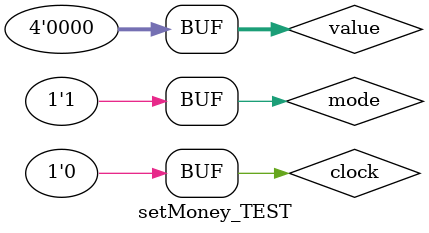
<source format=v>
`timescale 1ns/1ps

module setMoney_TEST;

    // Inputs
    reg clock;
    reg mode;
    reg [3:0] value;

    // Instantiate the Unit Under Test (UUT)
    setMoney uut(
        .clock(clock),
        .mode(mode),
        .value(value)
    );

    initial begin
        // Initialize Inputs
        clock = 0;
        mode = 0;
        value = 0;

        // Wait 100 ns for global reset to finish
        #100;
        clock = 1;
        value = 4'b1111;
        #100;
        clock = 0;
        value = 4'b0000;
        #100;
        clock = 1;
        mode = 1;
        value = 4'b1100;
        #100;
        clock = 0;
        value = 4'b0000;
        // Add stimulus here

    end

endmodule


</source>
